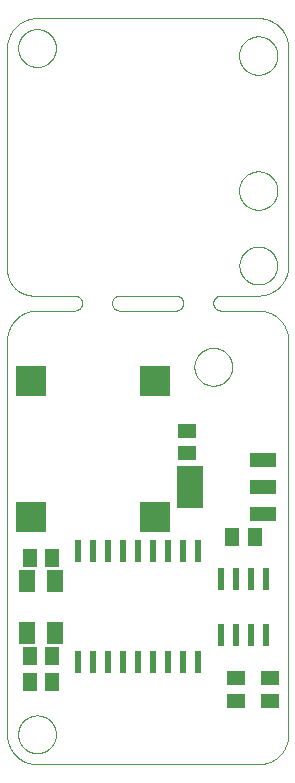
<source format=gtp>
G75*
%MOIN*%
%OFA0B0*%
%FSLAX25Y25*%
%IPPOS*%
%LPD*%
%AMOC8*
5,1,8,0,0,1.08239X$1,22.5*
%
%ADD10C,0.00000*%
%ADD11R,0.05118X0.05906*%
%ADD12R,0.05906X0.05118*%
%ADD13R,0.08800X0.04800*%
%ADD14R,0.08661X0.14173*%
%ADD15R,0.05512X0.07480*%
%ADD16R,0.02200X0.07800*%
%ADD17R,0.09843X0.09843*%
D10*
X0066345Y0060183D02*
X0066345Y0191433D01*
X0075095Y0206433D02*
X0088845Y0206433D01*
X0088943Y0206431D01*
X0089041Y0206425D01*
X0089139Y0206416D01*
X0089236Y0206402D01*
X0089333Y0206385D01*
X0089429Y0206364D01*
X0089524Y0206339D01*
X0089618Y0206311D01*
X0089710Y0206278D01*
X0089802Y0206243D01*
X0089892Y0206203D01*
X0089980Y0206161D01*
X0090067Y0206114D01*
X0090151Y0206065D01*
X0090234Y0206012D01*
X0090314Y0205956D01*
X0090393Y0205896D01*
X0090469Y0205834D01*
X0090542Y0205769D01*
X0090613Y0205701D01*
X0090681Y0205630D01*
X0090746Y0205557D01*
X0090808Y0205481D01*
X0090868Y0205402D01*
X0090924Y0205322D01*
X0090977Y0205239D01*
X0091026Y0205155D01*
X0091073Y0205068D01*
X0091115Y0204980D01*
X0091155Y0204890D01*
X0091190Y0204798D01*
X0091223Y0204706D01*
X0091251Y0204612D01*
X0091276Y0204517D01*
X0091297Y0204421D01*
X0091314Y0204324D01*
X0091328Y0204227D01*
X0091337Y0204129D01*
X0091343Y0204031D01*
X0091345Y0203933D01*
X0091343Y0203835D01*
X0091337Y0203737D01*
X0091328Y0203639D01*
X0091314Y0203542D01*
X0091297Y0203445D01*
X0091276Y0203349D01*
X0091251Y0203254D01*
X0091223Y0203160D01*
X0091190Y0203068D01*
X0091155Y0202976D01*
X0091115Y0202886D01*
X0091073Y0202798D01*
X0091026Y0202711D01*
X0090977Y0202627D01*
X0090924Y0202544D01*
X0090868Y0202464D01*
X0090808Y0202385D01*
X0090746Y0202309D01*
X0090681Y0202236D01*
X0090613Y0202165D01*
X0090542Y0202097D01*
X0090469Y0202032D01*
X0090393Y0201970D01*
X0090314Y0201910D01*
X0090234Y0201854D01*
X0090151Y0201801D01*
X0090067Y0201752D01*
X0089980Y0201705D01*
X0089892Y0201663D01*
X0089802Y0201623D01*
X0089710Y0201588D01*
X0089618Y0201555D01*
X0089524Y0201527D01*
X0089429Y0201502D01*
X0089333Y0201481D01*
X0089236Y0201464D01*
X0089139Y0201450D01*
X0089041Y0201441D01*
X0088943Y0201435D01*
X0088845Y0201433D01*
X0076345Y0201433D01*
X0076103Y0201430D01*
X0075862Y0201421D01*
X0075621Y0201407D01*
X0075380Y0201386D01*
X0075140Y0201360D01*
X0074900Y0201328D01*
X0074661Y0201290D01*
X0074424Y0201247D01*
X0074187Y0201197D01*
X0073952Y0201142D01*
X0073718Y0201082D01*
X0073486Y0201015D01*
X0073255Y0200944D01*
X0073026Y0200866D01*
X0072799Y0200783D01*
X0072574Y0200695D01*
X0072351Y0200601D01*
X0072131Y0200502D01*
X0071913Y0200397D01*
X0071698Y0200288D01*
X0071485Y0200173D01*
X0071275Y0200053D01*
X0071069Y0199928D01*
X0070865Y0199798D01*
X0070664Y0199663D01*
X0070467Y0199523D01*
X0070273Y0199379D01*
X0070083Y0199230D01*
X0069897Y0199076D01*
X0069714Y0198918D01*
X0069535Y0198756D01*
X0069360Y0198589D01*
X0069189Y0198418D01*
X0069022Y0198243D01*
X0068860Y0198064D01*
X0068702Y0197881D01*
X0068548Y0197695D01*
X0068399Y0197505D01*
X0068255Y0197311D01*
X0068115Y0197114D01*
X0067980Y0196913D01*
X0067850Y0196709D01*
X0067725Y0196503D01*
X0067605Y0196293D01*
X0067490Y0196080D01*
X0067381Y0195865D01*
X0067276Y0195647D01*
X0067177Y0195427D01*
X0067083Y0195204D01*
X0066995Y0194979D01*
X0066912Y0194752D01*
X0066834Y0194523D01*
X0066763Y0194292D01*
X0066696Y0194060D01*
X0066636Y0193826D01*
X0066581Y0193591D01*
X0066531Y0193354D01*
X0066488Y0193117D01*
X0066450Y0192878D01*
X0066418Y0192638D01*
X0066392Y0192398D01*
X0066371Y0192157D01*
X0066357Y0191916D01*
X0066348Y0191675D01*
X0066345Y0191433D01*
X0066345Y0215183D02*
X0066345Y0288933D01*
X0066348Y0289175D01*
X0066357Y0289416D01*
X0066371Y0289657D01*
X0066392Y0289898D01*
X0066418Y0290138D01*
X0066450Y0290378D01*
X0066488Y0290617D01*
X0066531Y0290854D01*
X0066581Y0291091D01*
X0066636Y0291326D01*
X0066696Y0291560D01*
X0066763Y0291792D01*
X0066834Y0292023D01*
X0066912Y0292252D01*
X0066995Y0292479D01*
X0067083Y0292704D01*
X0067177Y0292927D01*
X0067276Y0293147D01*
X0067381Y0293365D01*
X0067490Y0293580D01*
X0067605Y0293793D01*
X0067725Y0294003D01*
X0067850Y0294209D01*
X0067980Y0294413D01*
X0068115Y0294614D01*
X0068255Y0294811D01*
X0068399Y0295005D01*
X0068548Y0295195D01*
X0068702Y0295381D01*
X0068860Y0295564D01*
X0069022Y0295743D01*
X0069189Y0295918D01*
X0069360Y0296089D01*
X0069535Y0296256D01*
X0069714Y0296418D01*
X0069897Y0296576D01*
X0070083Y0296730D01*
X0070273Y0296879D01*
X0070467Y0297023D01*
X0070664Y0297163D01*
X0070865Y0297298D01*
X0071069Y0297428D01*
X0071275Y0297553D01*
X0071485Y0297673D01*
X0071698Y0297788D01*
X0071913Y0297897D01*
X0072131Y0298002D01*
X0072351Y0298101D01*
X0072574Y0298195D01*
X0072799Y0298283D01*
X0073026Y0298366D01*
X0073255Y0298444D01*
X0073486Y0298515D01*
X0073718Y0298582D01*
X0073952Y0298642D01*
X0074187Y0298697D01*
X0074424Y0298747D01*
X0074661Y0298790D01*
X0074900Y0298828D01*
X0075140Y0298860D01*
X0075380Y0298886D01*
X0075621Y0298907D01*
X0075862Y0298921D01*
X0076103Y0298930D01*
X0076345Y0298933D01*
X0150095Y0298933D01*
X0150337Y0298930D01*
X0150578Y0298921D01*
X0150819Y0298907D01*
X0151060Y0298886D01*
X0151300Y0298860D01*
X0151540Y0298828D01*
X0151779Y0298790D01*
X0152016Y0298747D01*
X0152253Y0298697D01*
X0152488Y0298642D01*
X0152722Y0298582D01*
X0152954Y0298515D01*
X0153185Y0298444D01*
X0153414Y0298366D01*
X0153641Y0298283D01*
X0153866Y0298195D01*
X0154089Y0298101D01*
X0154309Y0298002D01*
X0154527Y0297897D01*
X0154742Y0297788D01*
X0154955Y0297673D01*
X0155165Y0297553D01*
X0155371Y0297428D01*
X0155575Y0297298D01*
X0155776Y0297163D01*
X0155973Y0297023D01*
X0156167Y0296879D01*
X0156357Y0296730D01*
X0156543Y0296576D01*
X0156726Y0296418D01*
X0156905Y0296256D01*
X0157080Y0296089D01*
X0157251Y0295918D01*
X0157418Y0295743D01*
X0157580Y0295564D01*
X0157738Y0295381D01*
X0157892Y0295195D01*
X0158041Y0295005D01*
X0158185Y0294811D01*
X0158325Y0294614D01*
X0158460Y0294413D01*
X0158590Y0294209D01*
X0158715Y0294003D01*
X0158835Y0293793D01*
X0158950Y0293580D01*
X0159059Y0293365D01*
X0159164Y0293147D01*
X0159263Y0292927D01*
X0159357Y0292704D01*
X0159445Y0292479D01*
X0159528Y0292252D01*
X0159606Y0292023D01*
X0159677Y0291792D01*
X0159744Y0291560D01*
X0159804Y0291326D01*
X0159859Y0291091D01*
X0159909Y0290854D01*
X0159952Y0290617D01*
X0159990Y0290378D01*
X0160022Y0290138D01*
X0160048Y0289898D01*
X0160069Y0289657D01*
X0160083Y0289416D01*
X0160092Y0289175D01*
X0160095Y0288933D01*
X0160095Y0216433D01*
X0160092Y0216191D01*
X0160083Y0215950D01*
X0160069Y0215709D01*
X0160048Y0215468D01*
X0160022Y0215228D01*
X0159990Y0214988D01*
X0159952Y0214749D01*
X0159909Y0214512D01*
X0159859Y0214275D01*
X0159804Y0214040D01*
X0159744Y0213806D01*
X0159677Y0213574D01*
X0159606Y0213343D01*
X0159528Y0213114D01*
X0159445Y0212887D01*
X0159357Y0212662D01*
X0159263Y0212439D01*
X0159164Y0212219D01*
X0159059Y0212001D01*
X0158950Y0211786D01*
X0158835Y0211573D01*
X0158715Y0211363D01*
X0158590Y0211157D01*
X0158460Y0210953D01*
X0158325Y0210752D01*
X0158185Y0210555D01*
X0158041Y0210361D01*
X0157892Y0210171D01*
X0157738Y0209985D01*
X0157580Y0209802D01*
X0157418Y0209623D01*
X0157251Y0209448D01*
X0157080Y0209277D01*
X0156905Y0209110D01*
X0156726Y0208948D01*
X0156543Y0208790D01*
X0156357Y0208636D01*
X0156167Y0208487D01*
X0155973Y0208343D01*
X0155776Y0208203D01*
X0155575Y0208068D01*
X0155371Y0207938D01*
X0155165Y0207813D01*
X0154955Y0207693D01*
X0154742Y0207578D01*
X0154527Y0207469D01*
X0154309Y0207364D01*
X0154089Y0207265D01*
X0153866Y0207171D01*
X0153641Y0207083D01*
X0153414Y0207000D01*
X0153185Y0206922D01*
X0152954Y0206851D01*
X0152722Y0206784D01*
X0152488Y0206724D01*
X0152253Y0206669D01*
X0152016Y0206619D01*
X0151779Y0206576D01*
X0151540Y0206538D01*
X0151300Y0206506D01*
X0151060Y0206480D01*
X0150819Y0206459D01*
X0150578Y0206445D01*
X0150337Y0206436D01*
X0150095Y0206433D01*
X0137595Y0206433D01*
X0137497Y0206431D01*
X0137399Y0206425D01*
X0137301Y0206416D01*
X0137204Y0206402D01*
X0137107Y0206385D01*
X0137011Y0206364D01*
X0136916Y0206339D01*
X0136822Y0206311D01*
X0136730Y0206278D01*
X0136638Y0206243D01*
X0136548Y0206203D01*
X0136460Y0206161D01*
X0136373Y0206114D01*
X0136289Y0206065D01*
X0136206Y0206012D01*
X0136126Y0205956D01*
X0136047Y0205896D01*
X0135971Y0205834D01*
X0135898Y0205769D01*
X0135827Y0205701D01*
X0135759Y0205630D01*
X0135694Y0205557D01*
X0135632Y0205481D01*
X0135572Y0205402D01*
X0135516Y0205322D01*
X0135463Y0205239D01*
X0135414Y0205155D01*
X0135367Y0205068D01*
X0135325Y0204980D01*
X0135285Y0204890D01*
X0135250Y0204798D01*
X0135217Y0204706D01*
X0135189Y0204612D01*
X0135164Y0204517D01*
X0135143Y0204421D01*
X0135126Y0204324D01*
X0135112Y0204227D01*
X0135103Y0204129D01*
X0135097Y0204031D01*
X0135095Y0203933D01*
X0135097Y0203835D01*
X0135103Y0203737D01*
X0135112Y0203639D01*
X0135126Y0203542D01*
X0135143Y0203445D01*
X0135164Y0203349D01*
X0135189Y0203254D01*
X0135217Y0203160D01*
X0135250Y0203068D01*
X0135285Y0202976D01*
X0135325Y0202886D01*
X0135367Y0202798D01*
X0135414Y0202711D01*
X0135463Y0202627D01*
X0135516Y0202544D01*
X0135572Y0202464D01*
X0135632Y0202385D01*
X0135694Y0202309D01*
X0135759Y0202236D01*
X0135827Y0202165D01*
X0135898Y0202097D01*
X0135971Y0202032D01*
X0136047Y0201970D01*
X0136126Y0201910D01*
X0136206Y0201854D01*
X0136289Y0201801D01*
X0136373Y0201752D01*
X0136460Y0201705D01*
X0136548Y0201663D01*
X0136638Y0201623D01*
X0136730Y0201588D01*
X0136822Y0201555D01*
X0136916Y0201527D01*
X0137011Y0201502D01*
X0137107Y0201481D01*
X0137204Y0201464D01*
X0137301Y0201450D01*
X0137399Y0201441D01*
X0137497Y0201435D01*
X0137595Y0201433D01*
X0150095Y0201433D01*
X0150337Y0201430D01*
X0150578Y0201421D01*
X0150819Y0201407D01*
X0151060Y0201386D01*
X0151300Y0201360D01*
X0151540Y0201328D01*
X0151779Y0201290D01*
X0152016Y0201247D01*
X0152253Y0201197D01*
X0152488Y0201142D01*
X0152722Y0201082D01*
X0152954Y0201015D01*
X0153185Y0200944D01*
X0153414Y0200866D01*
X0153641Y0200783D01*
X0153866Y0200695D01*
X0154089Y0200601D01*
X0154309Y0200502D01*
X0154527Y0200397D01*
X0154742Y0200288D01*
X0154955Y0200173D01*
X0155165Y0200053D01*
X0155371Y0199928D01*
X0155575Y0199798D01*
X0155776Y0199663D01*
X0155973Y0199523D01*
X0156167Y0199379D01*
X0156357Y0199230D01*
X0156543Y0199076D01*
X0156726Y0198918D01*
X0156905Y0198756D01*
X0157080Y0198589D01*
X0157251Y0198418D01*
X0157418Y0198243D01*
X0157580Y0198064D01*
X0157738Y0197881D01*
X0157892Y0197695D01*
X0158041Y0197505D01*
X0158185Y0197311D01*
X0158325Y0197114D01*
X0158460Y0196913D01*
X0158590Y0196709D01*
X0158715Y0196503D01*
X0158835Y0196293D01*
X0158950Y0196080D01*
X0159059Y0195865D01*
X0159164Y0195647D01*
X0159263Y0195427D01*
X0159357Y0195204D01*
X0159445Y0194979D01*
X0159528Y0194752D01*
X0159606Y0194523D01*
X0159677Y0194292D01*
X0159744Y0194060D01*
X0159804Y0193826D01*
X0159859Y0193591D01*
X0159909Y0193354D01*
X0159952Y0193117D01*
X0159990Y0192878D01*
X0160022Y0192638D01*
X0160048Y0192398D01*
X0160069Y0192157D01*
X0160083Y0191916D01*
X0160092Y0191675D01*
X0160095Y0191433D01*
X0160095Y0060183D01*
X0160092Y0059941D01*
X0160083Y0059700D01*
X0160069Y0059459D01*
X0160048Y0059218D01*
X0160022Y0058978D01*
X0159990Y0058738D01*
X0159952Y0058499D01*
X0159909Y0058262D01*
X0159859Y0058025D01*
X0159804Y0057790D01*
X0159744Y0057556D01*
X0159677Y0057324D01*
X0159606Y0057093D01*
X0159528Y0056864D01*
X0159445Y0056637D01*
X0159357Y0056412D01*
X0159263Y0056189D01*
X0159164Y0055969D01*
X0159059Y0055751D01*
X0158950Y0055536D01*
X0158835Y0055323D01*
X0158715Y0055113D01*
X0158590Y0054907D01*
X0158460Y0054703D01*
X0158325Y0054502D01*
X0158185Y0054305D01*
X0158041Y0054111D01*
X0157892Y0053921D01*
X0157738Y0053735D01*
X0157580Y0053552D01*
X0157418Y0053373D01*
X0157251Y0053198D01*
X0157080Y0053027D01*
X0156905Y0052860D01*
X0156726Y0052698D01*
X0156543Y0052540D01*
X0156357Y0052386D01*
X0156167Y0052237D01*
X0155973Y0052093D01*
X0155776Y0051953D01*
X0155575Y0051818D01*
X0155371Y0051688D01*
X0155165Y0051563D01*
X0154955Y0051443D01*
X0154742Y0051328D01*
X0154527Y0051219D01*
X0154309Y0051114D01*
X0154089Y0051015D01*
X0153866Y0050921D01*
X0153641Y0050833D01*
X0153414Y0050750D01*
X0153185Y0050672D01*
X0152954Y0050601D01*
X0152722Y0050534D01*
X0152488Y0050474D01*
X0152253Y0050419D01*
X0152016Y0050369D01*
X0151779Y0050326D01*
X0151540Y0050288D01*
X0151300Y0050256D01*
X0151060Y0050230D01*
X0150819Y0050209D01*
X0150578Y0050195D01*
X0150337Y0050186D01*
X0150095Y0050183D01*
X0076345Y0050183D01*
X0076103Y0050186D01*
X0075862Y0050195D01*
X0075621Y0050209D01*
X0075380Y0050230D01*
X0075140Y0050256D01*
X0074900Y0050288D01*
X0074661Y0050326D01*
X0074424Y0050369D01*
X0074187Y0050419D01*
X0073952Y0050474D01*
X0073718Y0050534D01*
X0073486Y0050601D01*
X0073255Y0050672D01*
X0073026Y0050750D01*
X0072799Y0050833D01*
X0072574Y0050921D01*
X0072351Y0051015D01*
X0072131Y0051114D01*
X0071913Y0051219D01*
X0071698Y0051328D01*
X0071485Y0051443D01*
X0071275Y0051563D01*
X0071069Y0051688D01*
X0070865Y0051818D01*
X0070664Y0051953D01*
X0070467Y0052093D01*
X0070273Y0052237D01*
X0070083Y0052386D01*
X0069897Y0052540D01*
X0069714Y0052698D01*
X0069535Y0052860D01*
X0069360Y0053027D01*
X0069189Y0053198D01*
X0069022Y0053373D01*
X0068860Y0053552D01*
X0068702Y0053735D01*
X0068548Y0053921D01*
X0068399Y0054111D01*
X0068255Y0054305D01*
X0068115Y0054502D01*
X0067980Y0054703D01*
X0067850Y0054907D01*
X0067725Y0055113D01*
X0067605Y0055323D01*
X0067490Y0055536D01*
X0067381Y0055751D01*
X0067276Y0055969D01*
X0067177Y0056189D01*
X0067083Y0056412D01*
X0066995Y0056637D01*
X0066912Y0056864D01*
X0066834Y0057093D01*
X0066763Y0057324D01*
X0066696Y0057556D01*
X0066636Y0057790D01*
X0066581Y0058025D01*
X0066531Y0058262D01*
X0066488Y0058499D01*
X0066450Y0058738D01*
X0066418Y0058978D01*
X0066392Y0059218D01*
X0066371Y0059459D01*
X0066357Y0059700D01*
X0066348Y0059941D01*
X0066345Y0060183D01*
X0070046Y0060183D02*
X0070048Y0060341D01*
X0070054Y0060499D01*
X0070064Y0060657D01*
X0070078Y0060815D01*
X0070096Y0060972D01*
X0070117Y0061129D01*
X0070143Y0061285D01*
X0070173Y0061441D01*
X0070206Y0061596D01*
X0070244Y0061749D01*
X0070285Y0061902D01*
X0070330Y0062054D01*
X0070379Y0062205D01*
X0070432Y0062354D01*
X0070488Y0062502D01*
X0070548Y0062648D01*
X0070612Y0062793D01*
X0070680Y0062936D01*
X0070751Y0063078D01*
X0070825Y0063218D01*
X0070903Y0063355D01*
X0070985Y0063491D01*
X0071069Y0063625D01*
X0071158Y0063756D01*
X0071249Y0063885D01*
X0071344Y0064012D01*
X0071441Y0064137D01*
X0071542Y0064259D01*
X0071646Y0064378D01*
X0071753Y0064495D01*
X0071863Y0064609D01*
X0071976Y0064720D01*
X0072091Y0064829D01*
X0072209Y0064934D01*
X0072330Y0065036D01*
X0072453Y0065136D01*
X0072579Y0065232D01*
X0072707Y0065325D01*
X0072837Y0065415D01*
X0072970Y0065501D01*
X0073105Y0065585D01*
X0073241Y0065664D01*
X0073380Y0065741D01*
X0073521Y0065813D01*
X0073663Y0065883D01*
X0073807Y0065948D01*
X0073953Y0066010D01*
X0074100Y0066068D01*
X0074249Y0066123D01*
X0074399Y0066174D01*
X0074550Y0066221D01*
X0074702Y0066264D01*
X0074855Y0066303D01*
X0075010Y0066339D01*
X0075165Y0066370D01*
X0075321Y0066398D01*
X0075477Y0066422D01*
X0075634Y0066442D01*
X0075792Y0066458D01*
X0075949Y0066470D01*
X0076108Y0066478D01*
X0076266Y0066482D01*
X0076424Y0066482D01*
X0076582Y0066478D01*
X0076741Y0066470D01*
X0076898Y0066458D01*
X0077056Y0066442D01*
X0077213Y0066422D01*
X0077369Y0066398D01*
X0077525Y0066370D01*
X0077680Y0066339D01*
X0077835Y0066303D01*
X0077988Y0066264D01*
X0078140Y0066221D01*
X0078291Y0066174D01*
X0078441Y0066123D01*
X0078590Y0066068D01*
X0078737Y0066010D01*
X0078883Y0065948D01*
X0079027Y0065883D01*
X0079169Y0065813D01*
X0079310Y0065741D01*
X0079449Y0065664D01*
X0079585Y0065585D01*
X0079720Y0065501D01*
X0079853Y0065415D01*
X0079983Y0065325D01*
X0080111Y0065232D01*
X0080237Y0065136D01*
X0080360Y0065036D01*
X0080481Y0064934D01*
X0080599Y0064829D01*
X0080714Y0064720D01*
X0080827Y0064609D01*
X0080937Y0064495D01*
X0081044Y0064378D01*
X0081148Y0064259D01*
X0081249Y0064137D01*
X0081346Y0064012D01*
X0081441Y0063885D01*
X0081532Y0063756D01*
X0081621Y0063625D01*
X0081705Y0063491D01*
X0081787Y0063355D01*
X0081865Y0063218D01*
X0081939Y0063078D01*
X0082010Y0062936D01*
X0082078Y0062793D01*
X0082142Y0062648D01*
X0082202Y0062502D01*
X0082258Y0062354D01*
X0082311Y0062205D01*
X0082360Y0062054D01*
X0082405Y0061902D01*
X0082446Y0061749D01*
X0082484Y0061596D01*
X0082517Y0061441D01*
X0082547Y0061285D01*
X0082573Y0061129D01*
X0082594Y0060972D01*
X0082612Y0060815D01*
X0082626Y0060657D01*
X0082636Y0060499D01*
X0082642Y0060341D01*
X0082644Y0060183D01*
X0082642Y0060025D01*
X0082636Y0059867D01*
X0082626Y0059709D01*
X0082612Y0059551D01*
X0082594Y0059394D01*
X0082573Y0059237D01*
X0082547Y0059081D01*
X0082517Y0058925D01*
X0082484Y0058770D01*
X0082446Y0058617D01*
X0082405Y0058464D01*
X0082360Y0058312D01*
X0082311Y0058161D01*
X0082258Y0058012D01*
X0082202Y0057864D01*
X0082142Y0057718D01*
X0082078Y0057573D01*
X0082010Y0057430D01*
X0081939Y0057288D01*
X0081865Y0057148D01*
X0081787Y0057011D01*
X0081705Y0056875D01*
X0081621Y0056741D01*
X0081532Y0056610D01*
X0081441Y0056481D01*
X0081346Y0056354D01*
X0081249Y0056229D01*
X0081148Y0056107D01*
X0081044Y0055988D01*
X0080937Y0055871D01*
X0080827Y0055757D01*
X0080714Y0055646D01*
X0080599Y0055537D01*
X0080481Y0055432D01*
X0080360Y0055330D01*
X0080237Y0055230D01*
X0080111Y0055134D01*
X0079983Y0055041D01*
X0079853Y0054951D01*
X0079720Y0054865D01*
X0079585Y0054781D01*
X0079449Y0054702D01*
X0079310Y0054625D01*
X0079169Y0054553D01*
X0079027Y0054483D01*
X0078883Y0054418D01*
X0078737Y0054356D01*
X0078590Y0054298D01*
X0078441Y0054243D01*
X0078291Y0054192D01*
X0078140Y0054145D01*
X0077988Y0054102D01*
X0077835Y0054063D01*
X0077680Y0054027D01*
X0077525Y0053996D01*
X0077369Y0053968D01*
X0077213Y0053944D01*
X0077056Y0053924D01*
X0076898Y0053908D01*
X0076741Y0053896D01*
X0076582Y0053888D01*
X0076424Y0053884D01*
X0076266Y0053884D01*
X0076108Y0053888D01*
X0075949Y0053896D01*
X0075792Y0053908D01*
X0075634Y0053924D01*
X0075477Y0053944D01*
X0075321Y0053968D01*
X0075165Y0053996D01*
X0075010Y0054027D01*
X0074855Y0054063D01*
X0074702Y0054102D01*
X0074550Y0054145D01*
X0074399Y0054192D01*
X0074249Y0054243D01*
X0074100Y0054298D01*
X0073953Y0054356D01*
X0073807Y0054418D01*
X0073663Y0054483D01*
X0073521Y0054553D01*
X0073380Y0054625D01*
X0073241Y0054702D01*
X0073105Y0054781D01*
X0072970Y0054865D01*
X0072837Y0054951D01*
X0072707Y0055041D01*
X0072579Y0055134D01*
X0072453Y0055230D01*
X0072330Y0055330D01*
X0072209Y0055432D01*
X0072091Y0055537D01*
X0071976Y0055646D01*
X0071863Y0055757D01*
X0071753Y0055871D01*
X0071646Y0055988D01*
X0071542Y0056107D01*
X0071441Y0056229D01*
X0071344Y0056354D01*
X0071249Y0056481D01*
X0071158Y0056610D01*
X0071069Y0056741D01*
X0070985Y0056875D01*
X0070903Y0057011D01*
X0070825Y0057148D01*
X0070751Y0057288D01*
X0070680Y0057430D01*
X0070612Y0057573D01*
X0070548Y0057718D01*
X0070488Y0057864D01*
X0070432Y0058012D01*
X0070379Y0058161D01*
X0070330Y0058312D01*
X0070285Y0058464D01*
X0070244Y0058617D01*
X0070206Y0058770D01*
X0070173Y0058925D01*
X0070143Y0059081D01*
X0070117Y0059237D01*
X0070096Y0059394D01*
X0070078Y0059551D01*
X0070064Y0059709D01*
X0070054Y0059867D01*
X0070048Y0060025D01*
X0070046Y0060183D01*
X0128796Y0182683D02*
X0128798Y0182841D01*
X0128804Y0182999D01*
X0128814Y0183157D01*
X0128828Y0183315D01*
X0128846Y0183472D01*
X0128867Y0183629D01*
X0128893Y0183785D01*
X0128923Y0183941D01*
X0128956Y0184096D01*
X0128994Y0184249D01*
X0129035Y0184402D01*
X0129080Y0184554D01*
X0129129Y0184705D01*
X0129182Y0184854D01*
X0129238Y0185002D01*
X0129298Y0185148D01*
X0129362Y0185293D01*
X0129430Y0185436D01*
X0129501Y0185578D01*
X0129575Y0185718D01*
X0129653Y0185855D01*
X0129735Y0185991D01*
X0129819Y0186125D01*
X0129908Y0186256D01*
X0129999Y0186385D01*
X0130094Y0186512D01*
X0130191Y0186637D01*
X0130292Y0186759D01*
X0130396Y0186878D01*
X0130503Y0186995D01*
X0130613Y0187109D01*
X0130726Y0187220D01*
X0130841Y0187329D01*
X0130959Y0187434D01*
X0131080Y0187536D01*
X0131203Y0187636D01*
X0131329Y0187732D01*
X0131457Y0187825D01*
X0131587Y0187915D01*
X0131720Y0188001D01*
X0131855Y0188085D01*
X0131991Y0188164D01*
X0132130Y0188241D01*
X0132271Y0188313D01*
X0132413Y0188383D01*
X0132557Y0188448D01*
X0132703Y0188510D01*
X0132850Y0188568D01*
X0132999Y0188623D01*
X0133149Y0188674D01*
X0133300Y0188721D01*
X0133452Y0188764D01*
X0133605Y0188803D01*
X0133760Y0188839D01*
X0133915Y0188870D01*
X0134071Y0188898D01*
X0134227Y0188922D01*
X0134384Y0188942D01*
X0134542Y0188958D01*
X0134699Y0188970D01*
X0134858Y0188978D01*
X0135016Y0188982D01*
X0135174Y0188982D01*
X0135332Y0188978D01*
X0135491Y0188970D01*
X0135648Y0188958D01*
X0135806Y0188942D01*
X0135963Y0188922D01*
X0136119Y0188898D01*
X0136275Y0188870D01*
X0136430Y0188839D01*
X0136585Y0188803D01*
X0136738Y0188764D01*
X0136890Y0188721D01*
X0137041Y0188674D01*
X0137191Y0188623D01*
X0137340Y0188568D01*
X0137487Y0188510D01*
X0137633Y0188448D01*
X0137777Y0188383D01*
X0137919Y0188313D01*
X0138060Y0188241D01*
X0138199Y0188164D01*
X0138335Y0188085D01*
X0138470Y0188001D01*
X0138603Y0187915D01*
X0138733Y0187825D01*
X0138861Y0187732D01*
X0138987Y0187636D01*
X0139110Y0187536D01*
X0139231Y0187434D01*
X0139349Y0187329D01*
X0139464Y0187220D01*
X0139577Y0187109D01*
X0139687Y0186995D01*
X0139794Y0186878D01*
X0139898Y0186759D01*
X0139999Y0186637D01*
X0140096Y0186512D01*
X0140191Y0186385D01*
X0140282Y0186256D01*
X0140371Y0186125D01*
X0140455Y0185991D01*
X0140537Y0185855D01*
X0140615Y0185718D01*
X0140689Y0185578D01*
X0140760Y0185436D01*
X0140828Y0185293D01*
X0140892Y0185148D01*
X0140952Y0185002D01*
X0141008Y0184854D01*
X0141061Y0184705D01*
X0141110Y0184554D01*
X0141155Y0184402D01*
X0141196Y0184249D01*
X0141234Y0184096D01*
X0141267Y0183941D01*
X0141297Y0183785D01*
X0141323Y0183629D01*
X0141344Y0183472D01*
X0141362Y0183315D01*
X0141376Y0183157D01*
X0141386Y0182999D01*
X0141392Y0182841D01*
X0141394Y0182683D01*
X0141392Y0182525D01*
X0141386Y0182367D01*
X0141376Y0182209D01*
X0141362Y0182051D01*
X0141344Y0181894D01*
X0141323Y0181737D01*
X0141297Y0181581D01*
X0141267Y0181425D01*
X0141234Y0181270D01*
X0141196Y0181117D01*
X0141155Y0180964D01*
X0141110Y0180812D01*
X0141061Y0180661D01*
X0141008Y0180512D01*
X0140952Y0180364D01*
X0140892Y0180218D01*
X0140828Y0180073D01*
X0140760Y0179930D01*
X0140689Y0179788D01*
X0140615Y0179648D01*
X0140537Y0179511D01*
X0140455Y0179375D01*
X0140371Y0179241D01*
X0140282Y0179110D01*
X0140191Y0178981D01*
X0140096Y0178854D01*
X0139999Y0178729D01*
X0139898Y0178607D01*
X0139794Y0178488D01*
X0139687Y0178371D01*
X0139577Y0178257D01*
X0139464Y0178146D01*
X0139349Y0178037D01*
X0139231Y0177932D01*
X0139110Y0177830D01*
X0138987Y0177730D01*
X0138861Y0177634D01*
X0138733Y0177541D01*
X0138603Y0177451D01*
X0138470Y0177365D01*
X0138335Y0177281D01*
X0138199Y0177202D01*
X0138060Y0177125D01*
X0137919Y0177053D01*
X0137777Y0176983D01*
X0137633Y0176918D01*
X0137487Y0176856D01*
X0137340Y0176798D01*
X0137191Y0176743D01*
X0137041Y0176692D01*
X0136890Y0176645D01*
X0136738Y0176602D01*
X0136585Y0176563D01*
X0136430Y0176527D01*
X0136275Y0176496D01*
X0136119Y0176468D01*
X0135963Y0176444D01*
X0135806Y0176424D01*
X0135648Y0176408D01*
X0135491Y0176396D01*
X0135332Y0176388D01*
X0135174Y0176384D01*
X0135016Y0176384D01*
X0134858Y0176388D01*
X0134699Y0176396D01*
X0134542Y0176408D01*
X0134384Y0176424D01*
X0134227Y0176444D01*
X0134071Y0176468D01*
X0133915Y0176496D01*
X0133760Y0176527D01*
X0133605Y0176563D01*
X0133452Y0176602D01*
X0133300Y0176645D01*
X0133149Y0176692D01*
X0132999Y0176743D01*
X0132850Y0176798D01*
X0132703Y0176856D01*
X0132557Y0176918D01*
X0132413Y0176983D01*
X0132271Y0177053D01*
X0132130Y0177125D01*
X0131991Y0177202D01*
X0131855Y0177281D01*
X0131720Y0177365D01*
X0131587Y0177451D01*
X0131457Y0177541D01*
X0131329Y0177634D01*
X0131203Y0177730D01*
X0131080Y0177830D01*
X0130959Y0177932D01*
X0130841Y0178037D01*
X0130726Y0178146D01*
X0130613Y0178257D01*
X0130503Y0178371D01*
X0130396Y0178488D01*
X0130292Y0178607D01*
X0130191Y0178729D01*
X0130094Y0178854D01*
X0129999Y0178981D01*
X0129908Y0179110D01*
X0129819Y0179241D01*
X0129735Y0179375D01*
X0129653Y0179511D01*
X0129575Y0179648D01*
X0129501Y0179788D01*
X0129430Y0179930D01*
X0129362Y0180073D01*
X0129298Y0180218D01*
X0129238Y0180364D01*
X0129182Y0180512D01*
X0129129Y0180661D01*
X0129080Y0180812D01*
X0129035Y0180964D01*
X0128994Y0181117D01*
X0128956Y0181270D01*
X0128923Y0181425D01*
X0128893Y0181581D01*
X0128867Y0181737D01*
X0128846Y0181894D01*
X0128828Y0182051D01*
X0128814Y0182209D01*
X0128804Y0182367D01*
X0128798Y0182525D01*
X0128796Y0182683D01*
X0122595Y0201433D02*
X0103845Y0201433D01*
X0103747Y0201435D01*
X0103649Y0201441D01*
X0103551Y0201450D01*
X0103454Y0201464D01*
X0103357Y0201481D01*
X0103261Y0201502D01*
X0103166Y0201527D01*
X0103072Y0201555D01*
X0102980Y0201588D01*
X0102888Y0201623D01*
X0102798Y0201663D01*
X0102710Y0201705D01*
X0102623Y0201752D01*
X0102539Y0201801D01*
X0102456Y0201854D01*
X0102376Y0201910D01*
X0102297Y0201970D01*
X0102221Y0202032D01*
X0102148Y0202097D01*
X0102077Y0202165D01*
X0102009Y0202236D01*
X0101944Y0202309D01*
X0101882Y0202385D01*
X0101822Y0202464D01*
X0101766Y0202544D01*
X0101713Y0202627D01*
X0101664Y0202711D01*
X0101617Y0202798D01*
X0101575Y0202886D01*
X0101535Y0202976D01*
X0101500Y0203068D01*
X0101467Y0203160D01*
X0101439Y0203254D01*
X0101414Y0203349D01*
X0101393Y0203445D01*
X0101376Y0203542D01*
X0101362Y0203639D01*
X0101353Y0203737D01*
X0101347Y0203835D01*
X0101345Y0203933D01*
X0101347Y0204031D01*
X0101353Y0204129D01*
X0101362Y0204227D01*
X0101376Y0204324D01*
X0101393Y0204421D01*
X0101414Y0204517D01*
X0101439Y0204612D01*
X0101467Y0204706D01*
X0101500Y0204798D01*
X0101535Y0204890D01*
X0101575Y0204980D01*
X0101617Y0205068D01*
X0101664Y0205155D01*
X0101713Y0205239D01*
X0101766Y0205322D01*
X0101822Y0205402D01*
X0101882Y0205481D01*
X0101944Y0205557D01*
X0102009Y0205630D01*
X0102077Y0205701D01*
X0102148Y0205769D01*
X0102221Y0205834D01*
X0102297Y0205896D01*
X0102376Y0205956D01*
X0102456Y0206012D01*
X0102539Y0206065D01*
X0102623Y0206114D01*
X0102710Y0206161D01*
X0102798Y0206203D01*
X0102888Y0206243D01*
X0102980Y0206278D01*
X0103072Y0206311D01*
X0103166Y0206339D01*
X0103261Y0206364D01*
X0103357Y0206385D01*
X0103454Y0206402D01*
X0103551Y0206416D01*
X0103649Y0206425D01*
X0103747Y0206431D01*
X0103845Y0206433D01*
X0122595Y0206433D01*
X0122693Y0206431D01*
X0122791Y0206425D01*
X0122889Y0206416D01*
X0122986Y0206402D01*
X0123083Y0206385D01*
X0123179Y0206364D01*
X0123274Y0206339D01*
X0123368Y0206311D01*
X0123460Y0206278D01*
X0123552Y0206243D01*
X0123642Y0206203D01*
X0123730Y0206161D01*
X0123817Y0206114D01*
X0123901Y0206065D01*
X0123984Y0206012D01*
X0124064Y0205956D01*
X0124143Y0205896D01*
X0124219Y0205834D01*
X0124292Y0205769D01*
X0124363Y0205701D01*
X0124431Y0205630D01*
X0124496Y0205557D01*
X0124558Y0205481D01*
X0124618Y0205402D01*
X0124674Y0205322D01*
X0124727Y0205239D01*
X0124776Y0205155D01*
X0124823Y0205068D01*
X0124865Y0204980D01*
X0124905Y0204890D01*
X0124940Y0204798D01*
X0124973Y0204706D01*
X0125001Y0204612D01*
X0125026Y0204517D01*
X0125047Y0204421D01*
X0125064Y0204324D01*
X0125078Y0204227D01*
X0125087Y0204129D01*
X0125093Y0204031D01*
X0125095Y0203933D01*
X0125093Y0203835D01*
X0125087Y0203737D01*
X0125078Y0203639D01*
X0125064Y0203542D01*
X0125047Y0203445D01*
X0125026Y0203349D01*
X0125001Y0203254D01*
X0124973Y0203160D01*
X0124940Y0203068D01*
X0124905Y0202976D01*
X0124865Y0202886D01*
X0124823Y0202798D01*
X0124776Y0202711D01*
X0124727Y0202627D01*
X0124674Y0202544D01*
X0124618Y0202464D01*
X0124558Y0202385D01*
X0124496Y0202309D01*
X0124431Y0202236D01*
X0124363Y0202165D01*
X0124292Y0202097D01*
X0124219Y0202032D01*
X0124143Y0201970D01*
X0124064Y0201910D01*
X0123984Y0201854D01*
X0123901Y0201801D01*
X0123817Y0201752D01*
X0123730Y0201705D01*
X0123642Y0201663D01*
X0123552Y0201623D01*
X0123460Y0201588D01*
X0123368Y0201555D01*
X0123274Y0201527D01*
X0123179Y0201502D01*
X0123083Y0201481D01*
X0122986Y0201464D01*
X0122889Y0201450D01*
X0122791Y0201441D01*
X0122693Y0201435D01*
X0122595Y0201433D01*
X0143796Y0216433D02*
X0143798Y0216591D01*
X0143804Y0216749D01*
X0143814Y0216907D01*
X0143828Y0217065D01*
X0143846Y0217222D01*
X0143867Y0217379D01*
X0143893Y0217535D01*
X0143923Y0217691D01*
X0143956Y0217846D01*
X0143994Y0217999D01*
X0144035Y0218152D01*
X0144080Y0218304D01*
X0144129Y0218455D01*
X0144182Y0218604D01*
X0144238Y0218752D01*
X0144298Y0218898D01*
X0144362Y0219043D01*
X0144430Y0219186D01*
X0144501Y0219328D01*
X0144575Y0219468D01*
X0144653Y0219605D01*
X0144735Y0219741D01*
X0144819Y0219875D01*
X0144908Y0220006D01*
X0144999Y0220135D01*
X0145094Y0220262D01*
X0145191Y0220387D01*
X0145292Y0220509D01*
X0145396Y0220628D01*
X0145503Y0220745D01*
X0145613Y0220859D01*
X0145726Y0220970D01*
X0145841Y0221079D01*
X0145959Y0221184D01*
X0146080Y0221286D01*
X0146203Y0221386D01*
X0146329Y0221482D01*
X0146457Y0221575D01*
X0146587Y0221665D01*
X0146720Y0221751D01*
X0146855Y0221835D01*
X0146991Y0221914D01*
X0147130Y0221991D01*
X0147271Y0222063D01*
X0147413Y0222133D01*
X0147557Y0222198D01*
X0147703Y0222260D01*
X0147850Y0222318D01*
X0147999Y0222373D01*
X0148149Y0222424D01*
X0148300Y0222471D01*
X0148452Y0222514D01*
X0148605Y0222553D01*
X0148760Y0222589D01*
X0148915Y0222620D01*
X0149071Y0222648D01*
X0149227Y0222672D01*
X0149384Y0222692D01*
X0149542Y0222708D01*
X0149699Y0222720D01*
X0149858Y0222728D01*
X0150016Y0222732D01*
X0150174Y0222732D01*
X0150332Y0222728D01*
X0150491Y0222720D01*
X0150648Y0222708D01*
X0150806Y0222692D01*
X0150963Y0222672D01*
X0151119Y0222648D01*
X0151275Y0222620D01*
X0151430Y0222589D01*
X0151585Y0222553D01*
X0151738Y0222514D01*
X0151890Y0222471D01*
X0152041Y0222424D01*
X0152191Y0222373D01*
X0152340Y0222318D01*
X0152487Y0222260D01*
X0152633Y0222198D01*
X0152777Y0222133D01*
X0152919Y0222063D01*
X0153060Y0221991D01*
X0153199Y0221914D01*
X0153335Y0221835D01*
X0153470Y0221751D01*
X0153603Y0221665D01*
X0153733Y0221575D01*
X0153861Y0221482D01*
X0153987Y0221386D01*
X0154110Y0221286D01*
X0154231Y0221184D01*
X0154349Y0221079D01*
X0154464Y0220970D01*
X0154577Y0220859D01*
X0154687Y0220745D01*
X0154794Y0220628D01*
X0154898Y0220509D01*
X0154999Y0220387D01*
X0155096Y0220262D01*
X0155191Y0220135D01*
X0155282Y0220006D01*
X0155371Y0219875D01*
X0155455Y0219741D01*
X0155537Y0219605D01*
X0155615Y0219468D01*
X0155689Y0219328D01*
X0155760Y0219186D01*
X0155828Y0219043D01*
X0155892Y0218898D01*
X0155952Y0218752D01*
X0156008Y0218604D01*
X0156061Y0218455D01*
X0156110Y0218304D01*
X0156155Y0218152D01*
X0156196Y0217999D01*
X0156234Y0217846D01*
X0156267Y0217691D01*
X0156297Y0217535D01*
X0156323Y0217379D01*
X0156344Y0217222D01*
X0156362Y0217065D01*
X0156376Y0216907D01*
X0156386Y0216749D01*
X0156392Y0216591D01*
X0156394Y0216433D01*
X0156392Y0216275D01*
X0156386Y0216117D01*
X0156376Y0215959D01*
X0156362Y0215801D01*
X0156344Y0215644D01*
X0156323Y0215487D01*
X0156297Y0215331D01*
X0156267Y0215175D01*
X0156234Y0215020D01*
X0156196Y0214867D01*
X0156155Y0214714D01*
X0156110Y0214562D01*
X0156061Y0214411D01*
X0156008Y0214262D01*
X0155952Y0214114D01*
X0155892Y0213968D01*
X0155828Y0213823D01*
X0155760Y0213680D01*
X0155689Y0213538D01*
X0155615Y0213398D01*
X0155537Y0213261D01*
X0155455Y0213125D01*
X0155371Y0212991D01*
X0155282Y0212860D01*
X0155191Y0212731D01*
X0155096Y0212604D01*
X0154999Y0212479D01*
X0154898Y0212357D01*
X0154794Y0212238D01*
X0154687Y0212121D01*
X0154577Y0212007D01*
X0154464Y0211896D01*
X0154349Y0211787D01*
X0154231Y0211682D01*
X0154110Y0211580D01*
X0153987Y0211480D01*
X0153861Y0211384D01*
X0153733Y0211291D01*
X0153603Y0211201D01*
X0153470Y0211115D01*
X0153335Y0211031D01*
X0153199Y0210952D01*
X0153060Y0210875D01*
X0152919Y0210803D01*
X0152777Y0210733D01*
X0152633Y0210668D01*
X0152487Y0210606D01*
X0152340Y0210548D01*
X0152191Y0210493D01*
X0152041Y0210442D01*
X0151890Y0210395D01*
X0151738Y0210352D01*
X0151585Y0210313D01*
X0151430Y0210277D01*
X0151275Y0210246D01*
X0151119Y0210218D01*
X0150963Y0210194D01*
X0150806Y0210174D01*
X0150648Y0210158D01*
X0150491Y0210146D01*
X0150332Y0210138D01*
X0150174Y0210134D01*
X0150016Y0210134D01*
X0149858Y0210138D01*
X0149699Y0210146D01*
X0149542Y0210158D01*
X0149384Y0210174D01*
X0149227Y0210194D01*
X0149071Y0210218D01*
X0148915Y0210246D01*
X0148760Y0210277D01*
X0148605Y0210313D01*
X0148452Y0210352D01*
X0148300Y0210395D01*
X0148149Y0210442D01*
X0147999Y0210493D01*
X0147850Y0210548D01*
X0147703Y0210606D01*
X0147557Y0210668D01*
X0147413Y0210733D01*
X0147271Y0210803D01*
X0147130Y0210875D01*
X0146991Y0210952D01*
X0146855Y0211031D01*
X0146720Y0211115D01*
X0146587Y0211201D01*
X0146457Y0211291D01*
X0146329Y0211384D01*
X0146203Y0211480D01*
X0146080Y0211580D01*
X0145959Y0211682D01*
X0145841Y0211787D01*
X0145726Y0211896D01*
X0145613Y0212007D01*
X0145503Y0212121D01*
X0145396Y0212238D01*
X0145292Y0212357D01*
X0145191Y0212479D01*
X0145094Y0212604D01*
X0144999Y0212731D01*
X0144908Y0212860D01*
X0144819Y0212991D01*
X0144735Y0213125D01*
X0144653Y0213261D01*
X0144575Y0213398D01*
X0144501Y0213538D01*
X0144430Y0213680D01*
X0144362Y0213823D01*
X0144298Y0213968D01*
X0144238Y0214114D01*
X0144182Y0214262D01*
X0144129Y0214411D01*
X0144080Y0214562D01*
X0144035Y0214714D01*
X0143994Y0214867D01*
X0143956Y0215020D01*
X0143923Y0215175D01*
X0143893Y0215331D01*
X0143867Y0215487D01*
X0143846Y0215644D01*
X0143828Y0215801D01*
X0143814Y0215959D01*
X0143804Y0216117D01*
X0143798Y0216275D01*
X0143796Y0216433D01*
X0143695Y0241433D02*
X0143697Y0241593D01*
X0143703Y0241752D01*
X0143713Y0241911D01*
X0143727Y0242070D01*
X0143745Y0242229D01*
X0143766Y0242387D01*
X0143792Y0242544D01*
X0143822Y0242701D01*
X0143855Y0242857D01*
X0143893Y0243012D01*
X0143934Y0243166D01*
X0143979Y0243319D01*
X0144028Y0243471D01*
X0144081Y0243622D01*
X0144137Y0243771D01*
X0144198Y0243919D01*
X0144261Y0244065D01*
X0144329Y0244210D01*
X0144400Y0244353D01*
X0144474Y0244494D01*
X0144552Y0244633D01*
X0144634Y0244770D01*
X0144719Y0244905D01*
X0144807Y0245038D01*
X0144899Y0245169D01*
X0144993Y0245297D01*
X0145091Y0245423D01*
X0145192Y0245547D01*
X0145296Y0245668D01*
X0145403Y0245786D01*
X0145513Y0245902D01*
X0145626Y0246015D01*
X0145742Y0246125D01*
X0145860Y0246232D01*
X0145981Y0246336D01*
X0146105Y0246437D01*
X0146231Y0246535D01*
X0146359Y0246629D01*
X0146490Y0246721D01*
X0146623Y0246809D01*
X0146758Y0246894D01*
X0146895Y0246976D01*
X0147034Y0247054D01*
X0147175Y0247128D01*
X0147318Y0247199D01*
X0147463Y0247267D01*
X0147609Y0247330D01*
X0147757Y0247391D01*
X0147906Y0247447D01*
X0148057Y0247500D01*
X0148209Y0247549D01*
X0148362Y0247594D01*
X0148516Y0247635D01*
X0148671Y0247673D01*
X0148827Y0247706D01*
X0148984Y0247736D01*
X0149141Y0247762D01*
X0149299Y0247783D01*
X0149458Y0247801D01*
X0149617Y0247815D01*
X0149776Y0247825D01*
X0149935Y0247831D01*
X0150095Y0247833D01*
X0150255Y0247831D01*
X0150414Y0247825D01*
X0150573Y0247815D01*
X0150732Y0247801D01*
X0150891Y0247783D01*
X0151049Y0247762D01*
X0151206Y0247736D01*
X0151363Y0247706D01*
X0151519Y0247673D01*
X0151674Y0247635D01*
X0151828Y0247594D01*
X0151981Y0247549D01*
X0152133Y0247500D01*
X0152284Y0247447D01*
X0152433Y0247391D01*
X0152581Y0247330D01*
X0152727Y0247267D01*
X0152872Y0247199D01*
X0153015Y0247128D01*
X0153156Y0247054D01*
X0153295Y0246976D01*
X0153432Y0246894D01*
X0153567Y0246809D01*
X0153700Y0246721D01*
X0153831Y0246629D01*
X0153959Y0246535D01*
X0154085Y0246437D01*
X0154209Y0246336D01*
X0154330Y0246232D01*
X0154448Y0246125D01*
X0154564Y0246015D01*
X0154677Y0245902D01*
X0154787Y0245786D01*
X0154894Y0245668D01*
X0154998Y0245547D01*
X0155099Y0245423D01*
X0155197Y0245297D01*
X0155291Y0245169D01*
X0155383Y0245038D01*
X0155471Y0244905D01*
X0155556Y0244770D01*
X0155638Y0244633D01*
X0155716Y0244494D01*
X0155790Y0244353D01*
X0155861Y0244210D01*
X0155929Y0244065D01*
X0155992Y0243919D01*
X0156053Y0243771D01*
X0156109Y0243622D01*
X0156162Y0243471D01*
X0156211Y0243319D01*
X0156256Y0243166D01*
X0156297Y0243012D01*
X0156335Y0242857D01*
X0156368Y0242701D01*
X0156398Y0242544D01*
X0156424Y0242387D01*
X0156445Y0242229D01*
X0156463Y0242070D01*
X0156477Y0241911D01*
X0156487Y0241752D01*
X0156493Y0241593D01*
X0156495Y0241433D01*
X0156493Y0241273D01*
X0156487Y0241114D01*
X0156477Y0240955D01*
X0156463Y0240796D01*
X0156445Y0240637D01*
X0156424Y0240479D01*
X0156398Y0240322D01*
X0156368Y0240165D01*
X0156335Y0240009D01*
X0156297Y0239854D01*
X0156256Y0239700D01*
X0156211Y0239547D01*
X0156162Y0239395D01*
X0156109Y0239244D01*
X0156053Y0239095D01*
X0155992Y0238947D01*
X0155929Y0238801D01*
X0155861Y0238656D01*
X0155790Y0238513D01*
X0155716Y0238372D01*
X0155638Y0238233D01*
X0155556Y0238096D01*
X0155471Y0237961D01*
X0155383Y0237828D01*
X0155291Y0237697D01*
X0155197Y0237569D01*
X0155099Y0237443D01*
X0154998Y0237319D01*
X0154894Y0237198D01*
X0154787Y0237080D01*
X0154677Y0236964D01*
X0154564Y0236851D01*
X0154448Y0236741D01*
X0154330Y0236634D01*
X0154209Y0236530D01*
X0154085Y0236429D01*
X0153959Y0236331D01*
X0153831Y0236237D01*
X0153700Y0236145D01*
X0153567Y0236057D01*
X0153432Y0235972D01*
X0153295Y0235890D01*
X0153156Y0235812D01*
X0153015Y0235738D01*
X0152872Y0235667D01*
X0152727Y0235599D01*
X0152581Y0235536D01*
X0152433Y0235475D01*
X0152284Y0235419D01*
X0152133Y0235366D01*
X0151981Y0235317D01*
X0151828Y0235272D01*
X0151674Y0235231D01*
X0151519Y0235193D01*
X0151363Y0235160D01*
X0151206Y0235130D01*
X0151049Y0235104D01*
X0150891Y0235083D01*
X0150732Y0235065D01*
X0150573Y0235051D01*
X0150414Y0235041D01*
X0150255Y0235035D01*
X0150095Y0235033D01*
X0149935Y0235035D01*
X0149776Y0235041D01*
X0149617Y0235051D01*
X0149458Y0235065D01*
X0149299Y0235083D01*
X0149141Y0235104D01*
X0148984Y0235130D01*
X0148827Y0235160D01*
X0148671Y0235193D01*
X0148516Y0235231D01*
X0148362Y0235272D01*
X0148209Y0235317D01*
X0148057Y0235366D01*
X0147906Y0235419D01*
X0147757Y0235475D01*
X0147609Y0235536D01*
X0147463Y0235599D01*
X0147318Y0235667D01*
X0147175Y0235738D01*
X0147034Y0235812D01*
X0146895Y0235890D01*
X0146758Y0235972D01*
X0146623Y0236057D01*
X0146490Y0236145D01*
X0146359Y0236237D01*
X0146231Y0236331D01*
X0146105Y0236429D01*
X0145981Y0236530D01*
X0145860Y0236634D01*
X0145742Y0236741D01*
X0145626Y0236851D01*
X0145513Y0236964D01*
X0145403Y0237080D01*
X0145296Y0237198D01*
X0145192Y0237319D01*
X0145091Y0237443D01*
X0144993Y0237569D01*
X0144899Y0237697D01*
X0144807Y0237828D01*
X0144719Y0237961D01*
X0144634Y0238096D01*
X0144552Y0238233D01*
X0144474Y0238372D01*
X0144400Y0238513D01*
X0144329Y0238656D01*
X0144261Y0238801D01*
X0144198Y0238947D01*
X0144137Y0239095D01*
X0144081Y0239244D01*
X0144028Y0239395D01*
X0143979Y0239547D01*
X0143934Y0239700D01*
X0143893Y0239854D01*
X0143855Y0240009D01*
X0143822Y0240165D01*
X0143792Y0240322D01*
X0143766Y0240479D01*
X0143745Y0240637D01*
X0143727Y0240796D01*
X0143713Y0240955D01*
X0143703Y0241114D01*
X0143697Y0241273D01*
X0143695Y0241433D01*
X0143695Y0286433D02*
X0143697Y0286593D01*
X0143703Y0286752D01*
X0143713Y0286911D01*
X0143727Y0287070D01*
X0143745Y0287229D01*
X0143766Y0287387D01*
X0143792Y0287544D01*
X0143822Y0287701D01*
X0143855Y0287857D01*
X0143893Y0288012D01*
X0143934Y0288166D01*
X0143979Y0288319D01*
X0144028Y0288471D01*
X0144081Y0288622D01*
X0144137Y0288771D01*
X0144198Y0288919D01*
X0144261Y0289065D01*
X0144329Y0289210D01*
X0144400Y0289353D01*
X0144474Y0289494D01*
X0144552Y0289633D01*
X0144634Y0289770D01*
X0144719Y0289905D01*
X0144807Y0290038D01*
X0144899Y0290169D01*
X0144993Y0290297D01*
X0145091Y0290423D01*
X0145192Y0290547D01*
X0145296Y0290668D01*
X0145403Y0290786D01*
X0145513Y0290902D01*
X0145626Y0291015D01*
X0145742Y0291125D01*
X0145860Y0291232D01*
X0145981Y0291336D01*
X0146105Y0291437D01*
X0146231Y0291535D01*
X0146359Y0291629D01*
X0146490Y0291721D01*
X0146623Y0291809D01*
X0146758Y0291894D01*
X0146895Y0291976D01*
X0147034Y0292054D01*
X0147175Y0292128D01*
X0147318Y0292199D01*
X0147463Y0292267D01*
X0147609Y0292330D01*
X0147757Y0292391D01*
X0147906Y0292447D01*
X0148057Y0292500D01*
X0148209Y0292549D01*
X0148362Y0292594D01*
X0148516Y0292635D01*
X0148671Y0292673D01*
X0148827Y0292706D01*
X0148984Y0292736D01*
X0149141Y0292762D01*
X0149299Y0292783D01*
X0149458Y0292801D01*
X0149617Y0292815D01*
X0149776Y0292825D01*
X0149935Y0292831D01*
X0150095Y0292833D01*
X0150255Y0292831D01*
X0150414Y0292825D01*
X0150573Y0292815D01*
X0150732Y0292801D01*
X0150891Y0292783D01*
X0151049Y0292762D01*
X0151206Y0292736D01*
X0151363Y0292706D01*
X0151519Y0292673D01*
X0151674Y0292635D01*
X0151828Y0292594D01*
X0151981Y0292549D01*
X0152133Y0292500D01*
X0152284Y0292447D01*
X0152433Y0292391D01*
X0152581Y0292330D01*
X0152727Y0292267D01*
X0152872Y0292199D01*
X0153015Y0292128D01*
X0153156Y0292054D01*
X0153295Y0291976D01*
X0153432Y0291894D01*
X0153567Y0291809D01*
X0153700Y0291721D01*
X0153831Y0291629D01*
X0153959Y0291535D01*
X0154085Y0291437D01*
X0154209Y0291336D01*
X0154330Y0291232D01*
X0154448Y0291125D01*
X0154564Y0291015D01*
X0154677Y0290902D01*
X0154787Y0290786D01*
X0154894Y0290668D01*
X0154998Y0290547D01*
X0155099Y0290423D01*
X0155197Y0290297D01*
X0155291Y0290169D01*
X0155383Y0290038D01*
X0155471Y0289905D01*
X0155556Y0289770D01*
X0155638Y0289633D01*
X0155716Y0289494D01*
X0155790Y0289353D01*
X0155861Y0289210D01*
X0155929Y0289065D01*
X0155992Y0288919D01*
X0156053Y0288771D01*
X0156109Y0288622D01*
X0156162Y0288471D01*
X0156211Y0288319D01*
X0156256Y0288166D01*
X0156297Y0288012D01*
X0156335Y0287857D01*
X0156368Y0287701D01*
X0156398Y0287544D01*
X0156424Y0287387D01*
X0156445Y0287229D01*
X0156463Y0287070D01*
X0156477Y0286911D01*
X0156487Y0286752D01*
X0156493Y0286593D01*
X0156495Y0286433D01*
X0156493Y0286273D01*
X0156487Y0286114D01*
X0156477Y0285955D01*
X0156463Y0285796D01*
X0156445Y0285637D01*
X0156424Y0285479D01*
X0156398Y0285322D01*
X0156368Y0285165D01*
X0156335Y0285009D01*
X0156297Y0284854D01*
X0156256Y0284700D01*
X0156211Y0284547D01*
X0156162Y0284395D01*
X0156109Y0284244D01*
X0156053Y0284095D01*
X0155992Y0283947D01*
X0155929Y0283801D01*
X0155861Y0283656D01*
X0155790Y0283513D01*
X0155716Y0283372D01*
X0155638Y0283233D01*
X0155556Y0283096D01*
X0155471Y0282961D01*
X0155383Y0282828D01*
X0155291Y0282697D01*
X0155197Y0282569D01*
X0155099Y0282443D01*
X0154998Y0282319D01*
X0154894Y0282198D01*
X0154787Y0282080D01*
X0154677Y0281964D01*
X0154564Y0281851D01*
X0154448Y0281741D01*
X0154330Y0281634D01*
X0154209Y0281530D01*
X0154085Y0281429D01*
X0153959Y0281331D01*
X0153831Y0281237D01*
X0153700Y0281145D01*
X0153567Y0281057D01*
X0153432Y0280972D01*
X0153295Y0280890D01*
X0153156Y0280812D01*
X0153015Y0280738D01*
X0152872Y0280667D01*
X0152727Y0280599D01*
X0152581Y0280536D01*
X0152433Y0280475D01*
X0152284Y0280419D01*
X0152133Y0280366D01*
X0151981Y0280317D01*
X0151828Y0280272D01*
X0151674Y0280231D01*
X0151519Y0280193D01*
X0151363Y0280160D01*
X0151206Y0280130D01*
X0151049Y0280104D01*
X0150891Y0280083D01*
X0150732Y0280065D01*
X0150573Y0280051D01*
X0150414Y0280041D01*
X0150255Y0280035D01*
X0150095Y0280033D01*
X0149935Y0280035D01*
X0149776Y0280041D01*
X0149617Y0280051D01*
X0149458Y0280065D01*
X0149299Y0280083D01*
X0149141Y0280104D01*
X0148984Y0280130D01*
X0148827Y0280160D01*
X0148671Y0280193D01*
X0148516Y0280231D01*
X0148362Y0280272D01*
X0148209Y0280317D01*
X0148057Y0280366D01*
X0147906Y0280419D01*
X0147757Y0280475D01*
X0147609Y0280536D01*
X0147463Y0280599D01*
X0147318Y0280667D01*
X0147175Y0280738D01*
X0147034Y0280812D01*
X0146895Y0280890D01*
X0146758Y0280972D01*
X0146623Y0281057D01*
X0146490Y0281145D01*
X0146359Y0281237D01*
X0146231Y0281331D01*
X0146105Y0281429D01*
X0145981Y0281530D01*
X0145860Y0281634D01*
X0145742Y0281741D01*
X0145626Y0281851D01*
X0145513Y0281964D01*
X0145403Y0282080D01*
X0145296Y0282198D01*
X0145192Y0282319D01*
X0145091Y0282443D01*
X0144993Y0282569D01*
X0144899Y0282697D01*
X0144807Y0282828D01*
X0144719Y0282961D01*
X0144634Y0283096D01*
X0144552Y0283233D01*
X0144474Y0283372D01*
X0144400Y0283513D01*
X0144329Y0283656D01*
X0144261Y0283801D01*
X0144198Y0283947D01*
X0144137Y0284095D01*
X0144081Y0284244D01*
X0144028Y0284395D01*
X0143979Y0284547D01*
X0143934Y0284700D01*
X0143893Y0284854D01*
X0143855Y0285009D01*
X0143822Y0285165D01*
X0143792Y0285322D01*
X0143766Y0285479D01*
X0143745Y0285637D01*
X0143727Y0285796D01*
X0143713Y0285955D01*
X0143703Y0286114D01*
X0143697Y0286273D01*
X0143695Y0286433D01*
X0070046Y0288933D02*
X0070048Y0289091D01*
X0070054Y0289249D01*
X0070064Y0289407D01*
X0070078Y0289565D01*
X0070096Y0289722D01*
X0070117Y0289879D01*
X0070143Y0290035D01*
X0070173Y0290191D01*
X0070206Y0290346D01*
X0070244Y0290499D01*
X0070285Y0290652D01*
X0070330Y0290804D01*
X0070379Y0290955D01*
X0070432Y0291104D01*
X0070488Y0291252D01*
X0070548Y0291398D01*
X0070612Y0291543D01*
X0070680Y0291686D01*
X0070751Y0291828D01*
X0070825Y0291968D01*
X0070903Y0292105D01*
X0070985Y0292241D01*
X0071069Y0292375D01*
X0071158Y0292506D01*
X0071249Y0292635D01*
X0071344Y0292762D01*
X0071441Y0292887D01*
X0071542Y0293009D01*
X0071646Y0293128D01*
X0071753Y0293245D01*
X0071863Y0293359D01*
X0071976Y0293470D01*
X0072091Y0293579D01*
X0072209Y0293684D01*
X0072330Y0293786D01*
X0072453Y0293886D01*
X0072579Y0293982D01*
X0072707Y0294075D01*
X0072837Y0294165D01*
X0072970Y0294251D01*
X0073105Y0294335D01*
X0073241Y0294414D01*
X0073380Y0294491D01*
X0073521Y0294563D01*
X0073663Y0294633D01*
X0073807Y0294698D01*
X0073953Y0294760D01*
X0074100Y0294818D01*
X0074249Y0294873D01*
X0074399Y0294924D01*
X0074550Y0294971D01*
X0074702Y0295014D01*
X0074855Y0295053D01*
X0075010Y0295089D01*
X0075165Y0295120D01*
X0075321Y0295148D01*
X0075477Y0295172D01*
X0075634Y0295192D01*
X0075792Y0295208D01*
X0075949Y0295220D01*
X0076108Y0295228D01*
X0076266Y0295232D01*
X0076424Y0295232D01*
X0076582Y0295228D01*
X0076741Y0295220D01*
X0076898Y0295208D01*
X0077056Y0295192D01*
X0077213Y0295172D01*
X0077369Y0295148D01*
X0077525Y0295120D01*
X0077680Y0295089D01*
X0077835Y0295053D01*
X0077988Y0295014D01*
X0078140Y0294971D01*
X0078291Y0294924D01*
X0078441Y0294873D01*
X0078590Y0294818D01*
X0078737Y0294760D01*
X0078883Y0294698D01*
X0079027Y0294633D01*
X0079169Y0294563D01*
X0079310Y0294491D01*
X0079449Y0294414D01*
X0079585Y0294335D01*
X0079720Y0294251D01*
X0079853Y0294165D01*
X0079983Y0294075D01*
X0080111Y0293982D01*
X0080237Y0293886D01*
X0080360Y0293786D01*
X0080481Y0293684D01*
X0080599Y0293579D01*
X0080714Y0293470D01*
X0080827Y0293359D01*
X0080937Y0293245D01*
X0081044Y0293128D01*
X0081148Y0293009D01*
X0081249Y0292887D01*
X0081346Y0292762D01*
X0081441Y0292635D01*
X0081532Y0292506D01*
X0081621Y0292375D01*
X0081705Y0292241D01*
X0081787Y0292105D01*
X0081865Y0291968D01*
X0081939Y0291828D01*
X0082010Y0291686D01*
X0082078Y0291543D01*
X0082142Y0291398D01*
X0082202Y0291252D01*
X0082258Y0291104D01*
X0082311Y0290955D01*
X0082360Y0290804D01*
X0082405Y0290652D01*
X0082446Y0290499D01*
X0082484Y0290346D01*
X0082517Y0290191D01*
X0082547Y0290035D01*
X0082573Y0289879D01*
X0082594Y0289722D01*
X0082612Y0289565D01*
X0082626Y0289407D01*
X0082636Y0289249D01*
X0082642Y0289091D01*
X0082644Y0288933D01*
X0082642Y0288775D01*
X0082636Y0288617D01*
X0082626Y0288459D01*
X0082612Y0288301D01*
X0082594Y0288144D01*
X0082573Y0287987D01*
X0082547Y0287831D01*
X0082517Y0287675D01*
X0082484Y0287520D01*
X0082446Y0287367D01*
X0082405Y0287214D01*
X0082360Y0287062D01*
X0082311Y0286911D01*
X0082258Y0286762D01*
X0082202Y0286614D01*
X0082142Y0286468D01*
X0082078Y0286323D01*
X0082010Y0286180D01*
X0081939Y0286038D01*
X0081865Y0285898D01*
X0081787Y0285761D01*
X0081705Y0285625D01*
X0081621Y0285491D01*
X0081532Y0285360D01*
X0081441Y0285231D01*
X0081346Y0285104D01*
X0081249Y0284979D01*
X0081148Y0284857D01*
X0081044Y0284738D01*
X0080937Y0284621D01*
X0080827Y0284507D01*
X0080714Y0284396D01*
X0080599Y0284287D01*
X0080481Y0284182D01*
X0080360Y0284080D01*
X0080237Y0283980D01*
X0080111Y0283884D01*
X0079983Y0283791D01*
X0079853Y0283701D01*
X0079720Y0283615D01*
X0079585Y0283531D01*
X0079449Y0283452D01*
X0079310Y0283375D01*
X0079169Y0283303D01*
X0079027Y0283233D01*
X0078883Y0283168D01*
X0078737Y0283106D01*
X0078590Y0283048D01*
X0078441Y0282993D01*
X0078291Y0282942D01*
X0078140Y0282895D01*
X0077988Y0282852D01*
X0077835Y0282813D01*
X0077680Y0282777D01*
X0077525Y0282746D01*
X0077369Y0282718D01*
X0077213Y0282694D01*
X0077056Y0282674D01*
X0076898Y0282658D01*
X0076741Y0282646D01*
X0076582Y0282638D01*
X0076424Y0282634D01*
X0076266Y0282634D01*
X0076108Y0282638D01*
X0075949Y0282646D01*
X0075792Y0282658D01*
X0075634Y0282674D01*
X0075477Y0282694D01*
X0075321Y0282718D01*
X0075165Y0282746D01*
X0075010Y0282777D01*
X0074855Y0282813D01*
X0074702Y0282852D01*
X0074550Y0282895D01*
X0074399Y0282942D01*
X0074249Y0282993D01*
X0074100Y0283048D01*
X0073953Y0283106D01*
X0073807Y0283168D01*
X0073663Y0283233D01*
X0073521Y0283303D01*
X0073380Y0283375D01*
X0073241Y0283452D01*
X0073105Y0283531D01*
X0072970Y0283615D01*
X0072837Y0283701D01*
X0072707Y0283791D01*
X0072579Y0283884D01*
X0072453Y0283980D01*
X0072330Y0284080D01*
X0072209Y0284182D01*
X0072091Y0284287D01*
X0071976Y0284396D01*
X0071863Y0284507D01*
X0071753Y0284621D01*
X0071646Y0284738D01*
X0071542Y0284857D01*
X0071441Y0284979D01*
X0071344Y0285104D01*
X0071249Y0285231D01*
X0071158Y0285360D01*
X0071069Y0285491D01*
X0070985Y0285625D01*
X0070903Y0285761D01*
X0070825Y0285898D01*
X0070751Y0286038D01*
X0070680Y0286180D01*
X0070612Y0286323D01*
X0070548Y0286468D01*
X0070488Y0286614D01*
X0070432Y0286762D01*
X0070379Y0286911D01*
X0070330Y0287062D01*
X0070285Y0287214D01*
X0070244Y0287367D01*
X0070206Y0287520D01*
X0070173Y0287675D01*
X0070143Y0287831D01*
X0070117Y0287987D01*
X0070096Y0288144D01*
X0070078Y0288301D01*
X0070064Y0288459D01*
X0070054Y0288617D01*
X0070048Y0288775D01*
X0070046Y0288933D01*
X0066345Y0215183D02*
X0066348Y0214972D01*
X0066355Y0214760D01*
X0066368Y0214549D01*
X0066386Y0214339D01*
X0066409Y0214128D01*
X0066437Y0213919D01*
X0066470Y0213710D01*
X0066508Y0213502D01*
X0066551Y0213295D01*
X0066599Y0213089D01*
X0066652Y0212884D01*
X0066710Y0212681D01*
X0066773Y0212479D01*
X0066841Y0212279D01*
X0066914Y0212080D01*
X0066991Y0211883D01*
X0067073Y0211689D01*
X0067160Y0211496D01*
X0067251Y0211305D01*
X0067347Y0211117D01*
X0067448Y0210931D01*
X0067553Y0210747D01*
X0067662Y0210566D01*
X0067776Y0210388D01*
X0067894Y0210212D01*
X0068016Y0210040D01*
X0068142Y0209870D01*
X0068273Y0209704D01*
X0068407Y0209541D01*
X0068546Y0209381D01*
X0068688Y0209224D01*
X0068834Y0209071D01*
X0068983Y0208922D01*
X0069136Y0208776D01*
X0069293Y0208634D01*
X0069453Y0208495D01*
X0069616Y0208361D01*
X0069782Y0208230D01*
X0069952Y0208104D01*
X0070124Y0207982D01*
X0070300Y0207864D01*
X0070478Y0207750D01*
X0070659Y0207641D01*
X0070843Y0207536D01*
X0071029Y0207435D01*
X0071217Y0207339D01*
X0071408Y0207248D01*
X0071601Y0207161D01*
X0071795Y0207079D01*
X0071992Y0207002D01*
X0072191Y0206929D01*
X0072391Y0206861D01*
X0072593Y0206798D01*
X0072796Y0206740D01*
X0073001Y0206687D01*
X0073207Y0206639D01*
X0073414Y0206596D01*
X0073622Y0206558D01*
X0073831Y0206525D01*
X0074040Y0206497D01*
X0074251Y0206474D01*
X0074461Y0206456D01*
X0074672Y0206443D01*
X0074884Y0206436D01*
X0075095Y0206433D01*
D11*
X0073855Y0118933D03*
X0081335Y0118933D03*
X0081335Y0086433D03*
X0081335Y0077683D03*
X0073855Y0077683D03*
X0073855Y0086433D03*
X0141355Y0125808D03*
X0148835Y0125808D03*
D12*
X0126345Y0153943D03*
X0126345Y0161423D03*
X0142595Y0078923D03*
X0142595Y0071443D03*
X0153845Y0071443D03*
X0153845Y0078923D03*
D13*
X0151670Y0133583D03*
X0151670Y0142683D03*
X0151670Y0151783D03*
D14*
X0127269Y0142683D03*
D15*
X0082320Y0111344D03*
X0072871Y0111344D03*
X0072871Y0094022D03*
X0082320Y0094022D03*
D16*
X0090095Y0084183D03*
X0095095Y0084183D03*
X0100095Y0084183D03*
X0105095Y0084183D03*
X0110095Y0084183D03*
X0115095Y0084183D03*
X0120095Y0084183D03*
X0125095Y0084183D03*
X0130095Y0084183D03*
X0137595Y0093383D03*
X0142595Y0093383D03*
X0147595Y0093383D03*
X0152595Y0093383D03*
X0152595Y0111983D03*
X0147595Y0111983D03*
X0142595Y0111983D03*
X0137595Y0111983D03*
X0130095Y0121183D03*
X0125095Y0121183D03*
X0120095Y0121183D03*
X0115095Y0121183D03*
X0110095Y0121183D03*
X0105095Y0121183D03*
X0100095Y0121183D03*
X0095095Y0121183D03*
X0090095Y0121183D03*
D17*
X0074426Y0132545D03*
X0074426Y0177821D03*
X0115764Y0177821D03*
X0115764Y0132545D03*
M02*

</source>
